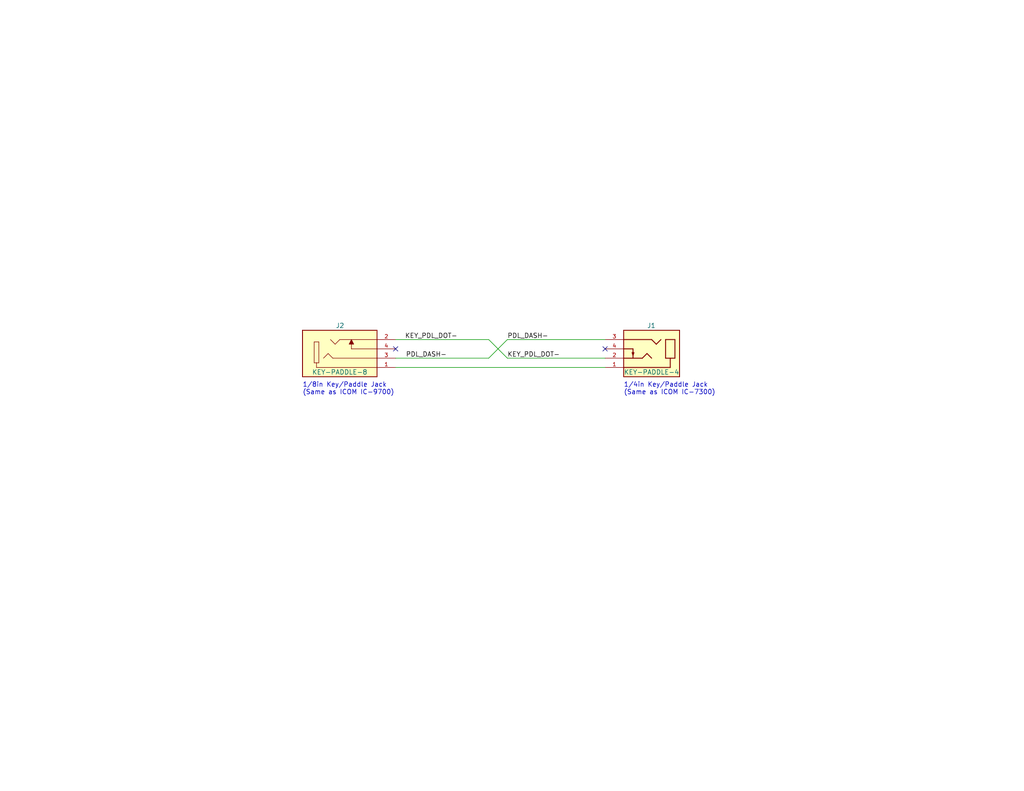
<source format=kicad_sch>
(kicad_sch (version 20230121) (generator eeschema)

  (uuid 6e8b5822-411f-4ce7-8db2-57346eba4281)

  (paper "A")

  (title_block
    (title "MuKOB - Jack Adaptor")
    (date "2024-01-16")
    (rev "1.0")
    (company "Silky-Design (AESilky)")
    (comment 1 "Copyright 2023-24 AESilky")
  )

  (lib_symbols
    (symbol "AES_Library:CUI_SJ-63063B-14TRS-audio-jack" (pin_names (offset 1.016)) (in_bom yes) (on_board yes)
      (property "Reference" "J" (at -7.62 5.842 0)
        (effects (font (size 1.27 1.27)) (justify left bottom))
      )
      (property "Value" "CUI-SJ-63063B" (at -7.62 -8.382 0)
        (effects (font (size 1.27 1.27)) (justify left top))
      )
      (property "Footprint" "AES_Library:CUI_SJ-63063B-audio-jack" (at 0 0 0)
        (effects (font (size 1.27 1.27)) (justify bottom) hide)
      )
      (property "Datasheet" "" (at 0 0 0)
        (effects (font (size 1.27 1.27)) hide)
      )
      (property "PARTREV" "1.0" (at 0 0 0)
        (effects (font (size 1.27 1.27)) (justify bottom) hide)
      )
      (property "STANDARD" "Manufacturer Recommendations" (at 0 0 0)
        (effects (font (size 1.27 1.27)) (justify bottom) hide)
      )
      (property "MAXIMUM_PACKAGE_HEIGHT" "12.5mm" (at 0 0 0)
        (effects (font (size 1.27 1.27)) (justify bottom) hide)
      )
      (property "MANUFACTURER" "CUI Devices" (at 0 0 0)
        (effects (font (size 1.27 1.27)) (justify bottom) hide)
      )
      (property "ki_keywords" "1/4\" 1/4in TRS audio jack" (at 0 0 0)
        (effects (font (size 1.27 1.27)) hide)
      )
      (property "ki_description" "1/4\" TRS Stereo Audio Jack w/ts" (at 0 0 0)
        (effects (font (size 1.27 1.27)) hide)
      )
      (symbol "CUI_SJ-63063B-14TRS-audio-jack_0_0"
        (rectangle (start -7.62 -7.62) (end 7.62 5.08)
          (stroke (width 0.254) (type default))
          (fill (type background))
        )
        (polyline
          (pts
            (xy -6.35 -5.08)
            (xy -6.35 0)
          )
          (stroke (width 0.254) (type default))
          (fill (type none))
        )
        (polyline
          (pts
            (xy -6.35 0)
            (xy -5.08 0)
          )
          (stroke (width 0.254) (type default))
          (fill (type none))
        )
        (polyline
          (pts
            (xy -5.08 0)
            (xy -5.08 2.54)
          )
          (stroke (width 0.254) (type default))
          (fill (type none))
        )
        (polyline
          (pts
            (xy -5.08 0)
            (xy -3.81 0)
          )
          (stroke (width 0.254) (type default))
          (fill (type none))
        )
        (polyline
          (pts
            (xy -5.08 2.54)
            (xy 7.62 2.54)
          )
          (stroke (width 0.254) (type default))
          (fill (type none))
        )
        (polyline
          (pts
            (xy -3.81 -5.08)
            (xy -6.35 -5.08)
          )
          (stroke (width 0.254) (type default))
          (fill (type none))
        )
        (polyline
          (pts
            (xy -3.81 0)
            (xy -3.81 -5.08)
          )
          (stroke (width 0.254) (type default))
          (fill (type none))
        )
        (polyline
          (pts
            (xy -2.54 -5.08)
            (xy -1.27 -3.81)
          )
          (stroke (width 0.254) (type default))
          (fill (type none))
        )
        (polyline
          (pts
            (xy -1.27 -3.81)
            (xy 0 -5.08)
          )
          (stroke (width 0.254) (type default))
          (fill (type none))
        )
        (polyline
          (pts
            (xy 0 -5.08)
            (xy 7.62 -5.08)
          )
          (stroke (width 0.254) (type default))
          (fill (type none))
        )
        (polyline
          (pts
            (xy 0 0)
            (xy 1.27 -1.27)
          )
          (stroke (width 0.254) (type default))
          (fill (type none))
        )
        (polyline
          (pts
            (xy 1.27 -1.27)
            (xy 2.54 0)
          )
          (stroke (width 0.254) (type default))
          (fill (type none))
        )
        (polyline
          (pts
            (xy 2.54 0)
            (xy 7.62 0)
          )
          (stroke (width 0.254) (type default))
          (fill (type none))
        )
        (polyline
          (pts
            (xy 5.08 -2.54)
            (xy 5.08 0)
          )
          (stroke (width 0.254) (type default))
          (fill (type none))
        )
        (polyline
          (pts
            (xy 5.08 -2.54)
            (xy 7.62 -2.54)
          )
          (stroke (width 0.254) (type default))
          (fill (type none))
        )
        (polyline
          (pts
            (xy 5.08 -0.762)
            (xy 5.334 -1.524)
            (xy 4.826 -1.524)
            (xy 5.08 -0.762)
          )
          (stroke (width 0.254) (type default))
          (fill (type outline))
        )
        (pin passive line (at 12.7 2.54 180) (length 5.08)
          (name "~" (effects (font (size 1.016 1.016))))
          (number "1" (effects (font (size 1.016 1.016))))
        )
        (pin passive line (at 12.7 0 180) (length 5.08)
          (name "~" (effects (font (size 1.016 1.016))))
          (number "2" (effects (font (size 1.016 1.016))))
        )
        (pin passive line (at 12.7 -5.08 180) (length 5.08)
          (name "~" (effects (font (size 1.016 1.016))))
          (number "3" (effects (font (size 1.016 1.016))))
        )
        (pin passive line (at 12.7 -2.54 180) (length 5.08)
          (name "~" (effects (font (size 1.016 1.016))))
          (number "4" (effects (font (size 1.016 1.016))))
        )
      )
    )
    (symbol "AES_Library:CUI_SJ1-3534NG-audio-jack" (pin_names (offset 1.016)) (in_bom yes) (on_board yes)
      (property "Reference" "J" (at -10.16 6.35 0)
        (effects (font (size 1.27 1.27)) (justify left bottom))
      )
      (property "Value" "CUI_SJ1-3534NG" (at -10.16 -10.16 0)
        (effects (font (size 1.27 1.27)) (justify left bottom))
      )
      (property "Footprint" "AES_Library:CUI_SJ1-3534NG-audio-jack" (at 0 0 0)
        (effects (font (size 1.27 1.27)) (justify bottom) hide)
      )
      (property "Datasheet" "" (at 0 0 0)
        (effects (font (size 1.27 1.27)) hide)
      )
      (property "MF" "CUI Devices" (at 0 0 0)
        (effects (font (size 1.27 1.27)) (justify bottom) hide)
      )
      (property "DESCRIPTION" "3.5 mm, Stereo, Right Angle, Through Hole, Isolated Ground, Audio Jack Connector" (at 0 0 0)
        (effects (font (size 1.27 1.27)) (justify bottom) hide)
      )
      (property "PACKAGE" "None" (at 0 0 0)
        (effects (font (size 1.27 1.27)) (justify bottom) hide)
      )
      (property "PRICE" "None" (at 0 0 0)
        (effects (font (size 1.27 1.27)) (justify bottom) hide)
      )
      (property "CUI_PURCHASE_URL" "https://www.cuidevices.com/product/interconnect/connectors/audio-connectors/jacks/sj1-353xng-series?utm_source=snapeda.com&utm_medium=referral&utm_campaign=snapedaBOM" (at 0 0 0)
        (effects (font (size 1.27 1.27)) (justify bottom) hide)
      )
      (property "MP" "SJ1-3534NG" (at 0 0 0)
        (effects (font (size 1.27 1.27)) (justify bottom) hide)
      )
      (property "AVAILABILITY" "" (at 0 0 0)
        (effects (font (size 1.27 1.27)) (justify bottom) hide)
      )
      (property "ki_keywords" "TRS 1/8in 1/8\" Audio Jack" (at 0 0 0)
        (effects (font (size 1.27 1.27)) hide)
      )
      (property "ki_description" "1/8\" Stereo Audio Jack" (at 0 0 0)
        (effects (font (size 1.27 1.27)) hide)
      )
      (symbol "CUI_SJ1-3534NG-audio-jack_0_0"
        (rectangle (start -10.16 5.08) (end 10.16 -7.62)
          (stroke (width 0.254) (type default))
          (fill (type background))
        )
        (polyline
          (pts
            (xy -6.985 -4.445)
            (xy -6.985 1.27)
          )
          (stroke (width 0.1524) (type default))
          (fill (type none))
        )
        (polyline
          (pts
            (xy -6.985 1.27)
            (xy -6.35 1.27)
          )
          (stroke (width 0.1524) (type default))
          (fill (type none))
        )
        (polyline
          (pts
            (xy -6.35 1.27)
            (xy -5.715 1.27)
          )
          (stroke (width 0.1524) (type default))
          (fill (type none))
        )
        (polyline
          (pts
            (xy -6.35 2.54)
            (xy -6.35 1.27)
          )
          (stroke (width 0.1524) (type default))
          (fill (type none))
        )
        (polyline
          (pts
            (xy -5.715 -4.445)
            (xy -6.985 -4.445)
          )
          (stroke (width 0.1524) (type default))
          (fill (type none))
        )
        (polyline
          (pts
            (xy -5.715 1.27)
            (xy -5.715 -4.445)
          )
          (stroke (width 0.1524) (type default))
          (fill (type none))
        )
        (polyline
          (pts
            (xy -3.175 -1.27)
            (xy -4.445 0)
          )
          (stroke (width 0.1524) (type default))
          (fill (type none))
        )
        (polyline
          (pts
            (xy -1.905 0)
            (xy -3.175 -1.27)
          )
          (stroke (width 0.1524) (type default))
          (fill (type none))
        )
        (polyline
          (pts
            (xy -1.27 -3.81)
            (xy -2.54 -5.08)
          )
          (stroke (width 0.1524) (type default))
          (fill (type none))
        )
        (polyline
          (pts
            (xy 0 -5.08)
            (xy -1.27 -3.81)
          )
          (stroke (width 0.1524) (type default))
          (fill (type none))
        )
        (polyline
          (pts
            (xy 3.175 -5.08)
            (xy 0 -5.08)
          )
          (stroke (width 0.1524) (type default))
          (fill (type none))
        )
        (polyline
          (pts
            (xy 3.175 -2.54)
            (xy 3.175 -5.08)
          )
          (stroke (width 0.1524) (type default))
          (fill (type none))
        )
        (polyline
          (pts
            (xy 10.16 -5.08)
            (xy 3.175 -5.08)
          )
          (stroke (width 0.1524) (type default))
          (fill (type none))
        )
        (polyline
          (pts
            (xy 10.16 -2.54)
            (xy 3.175 -2.54)
          )
          (stroke (width 0.1524) (type default))
          (fill (type none))
        )
        (polyline
          (pts
            (xy 10.16 0)
            (xy -1.905 0)
          )
          (stroke (width 0.1524) (type default))
          (fill (type none))
        )
        (polyline
          (pts
            (xy 10.16 2.54)
            (xy -6.35 2.54)
          )
          (stroke (width 0.1524) (type default))
          (fill (type none))
        )
        (polyline
          (pts
            (xy 3.175 -5.08)
            (xy 2.54 -3.81)
            (xy 3.81 -3.81)
            (xy 3.175 -5.08)
          )
          (stroke (width 0.1524) (type default))
          (fill (type outline))
        )
        (pin passive line (at 15.24 2.54 180) (length 5.08)
          (name "~" (effects (font (size 1.016 1.016))))
          (number "1" (effects (font (size 1.016 1.016))))
        )
        (pin passive line (at 15.24 -5.08 180) (length 5.08)
          (name "~" (effects (font (size 1.016 1.016))))
          (number "2" (effects (font (size 1.016 1.016))))
        )
        (pin passive line (at 15.24 0 180) (length 5.08)
          (name "~" (effects (font (size 1.016 1.016))))
          (number "3" (effects (font (size 1.016 1.016))))
        )
        (pin passive line (at 15.24 -2.54 180) (length 5.08)
          (name "~" (effects (font (size 1.016 1.016))))
          (number "4" (effects (font (size 1.016 1.016))))
        )
      )
    )
  )


  (no_connect (at 165.1 95.25) (uuid 1f61e7af-3b10-4585-b083-ff466b58ab87))
  (no_connect (at 107.95 95.25) (uuid 6c9e8ffc-cb9e-41cb-bce9-31068d324c55))

  (wire (pts (xy 107.95 100.33) (xy 165.1 100.33))
    (stroke (width 0) (type default))
    (uuid 28a4b06a-e03a-4c6c-b224-083756ce8091)
  )
  (wire (pts (xy 138.43 97.79) (xy 165.1 97.79))
    (stroke (width 0) (type default))
    (uuid 63d7c0c3-9cae-43f8-8bda-76beb1e7e780)
  )
  (wire (pts (xy 138.43 92.71) (xy 165.1 92.71))
    (stroke (width 0) (type default))
    (uuid 87564208-005f-4c3c-9915-97533686d501)
  )
  (wire (pts (xy 133.35 97.79) (xy 138.43 92.71))
    (stroke (width 0) (type default))
    (uuid 9b415f22-b6f3-4094-b44d-be26169933b1)
  )
  (wire (pts (xy 133.35 92.71) (xy 107.95 92.71))
    (stroke (width 0) (type default))
    (uuid b2b35689-dfd1-4bf1-8530-2d61ba078555)
  )
  (wire (pts (xy 107.95 97.79) (xy 133.35 97.79))
    (stroke (width 0) (type default))
    (uuid cc360d5f-801b-4b84-9084-34f57e0bd47f)
  )
  (wire (pts (xy 133.35 92.71) (xy 138.43 97.79))
    (stroke (width 0) (type default))
    (uuid d6736e84-f18c-409d-ae62-4f515d3c0141)
  )

  (text "1/4in Key/Paddle Jack\n(Same as ICOM IC-7300)" (at 170.18 107.95 0)
    (effects (font (size 1.27 1.27)) (justify left bottom))
    (uuid 74ed5193-e9d3-428d-b160-a44c262dc8b2)
  )
  (text "1/8in Key/Paddle Jack\n(Same as ICOM IC-9700)" (at 82.55 107.95 0)
    (effects (font (size 1.27 1.27)) (justify left bottom))
    (uuid b8af1580-cac2-4de3-85ed-908e676a11fb)
  )

  (label "KEY_PDL_DOT-" (at 110.49 92.71 0) (fields_autoplaced)
    (effects (font (size 1.27 1.27)) (justify left bottom))
    (uuid 0efcf0e3-a0dc-43da-922d-bb47c4264fe0)
  )
  (label "PDL_DASH-" (at 121.92 97.79 180) (fields_autoplaced)
    (effects (font (size 1.27 1.27)) (justify right bottom))
    (uuid 248cbd79-c830-4f0e-a021-608650dc52e5)
  )
  (label "PDL_DASH-" (at 138.43 92.71 0) (fields_autoplaced)
    (effects (font (size 1.27 1.27)) (justify left bottom))
    (uuid 44f80b3d-6f55-4c62-af6c-c82d95a8e57b)
  )
  (label "KEY_PDL_DOT-" (at 138.43 97.79 0) (fields_autoplaced)
    (effects (font (size 1.27 1.27)) (justify left bottom))
    (uuid ec759899-6735-4b70-bb1c-9481c72f0eed)
  )

  (symbol (lib_id "AES_Library:CUI_SJ-63063B-14TRS-audio-jack") (at 177.8 97.79 180) (unit 1)
    (in_bom yes) (on_board yes) (dnp no)
    (uuid 14410981-4538-4cf3-ace8-f5e202e1489d)
    (property "Reference" "J7" (at 176.53 88.9 0)
      (effects (font (size 1.27 1.27)) (justify right))
    )
    (property "Value" "KEY-PADDLE-4" (at 177.8 101.6 0)
      (effects (font (size 1.27 1.27)))
    )
    (property "Footprint" "AES_Library:CUI_SJ-63063B-audio-jack" (at 177.8 97.79 0)
      (effects (font (size 1.27 1.27)) (justify bottom) hide)
    )
    (property "Datasheet" "" (at 177.8 97.79 0)
      (effects (font (size 1.27 1.27)) hide)
    )
    (property "PARTREV" "1.0" (at 177.8 97.79 0)
      (effects (font (size 1.27 1.27)) (justify bottom) hide)
    )
    (property "STANDARD" "Manufacturer Recommendations" (at 177.8 97.79 0)
      (effects (font (size 1.27 1.27)) (justify bottom) hide)
    )
    (property "MAXIMUM_PACKAGE_HEIGHT" "12.5mm" (at 177.8 97.79 0)
      (effects (font (size 1.27 1.27)) (justify bottom) hide)
    )
    (property "MANUFACTURER" "CUI Devices" (at 177.8 97.79 0)
      (effects (font (size 1.27 1.27)) (justify bottom) hide)
    )
    (pin "1" (uuid ff9a5273-398d-4075-9a9c-627701a320a8))
    (pin "2" (uuid b79d9405-b626-4f72-ac04-03bdb137d90b))
    (pin "3" (uuid 38c85043-9490-41f0-85f3-6ea0e02b3ba2))
    (pin "4" (uuid ddc4cf89-c546-4f2f-b0c7-7ae52d5361a2))
    (instances
      (project "MuKOB"
        (path "/048b0ad6-aff0-457c-90cc-1f291c176206"
          (reference "J7") (unit 1)
        )
      )
      (project "MK_JackAdapter"
        (path "/6e8b5822-411f-4ce7-8db2-57346eba4281"
          (reference "J1") (unit 1)
        )
      )
    )
  )

  (symbol (lib_id "AES_Library:CUI_SJ1-3534NG-audio-jack") (at 92.71 97.79 0) (mirror x) (unit 1)
    (in_bom yes) (on_board yes) (dnp no)
    (uuid 97d9e081-0af3-44ab-b70e-4d9054dbc0a8)
    (property "Reference" "J2" (at 93.98 88.9 0)
      (effects (font (size 1.27 1.27)) (justify right))
    )
    (property "Value" "KEY-PADDLE-8" (at 92.71 101.6 0)
      (effects (font (size 1.27 1.27)))
    )
    (property "Footprint" "AES_Library:CUI_SJ1-3534NG-audio-jack" (at 92.71 97.79 0)
      (effects (font (size 1.27 1.27)) (justify bottom) hide)
    )
    (property "Datasheet" "" (at 92.71 97.79 0)
      (effects (font (size 1.27 1.27)) hide)
    )
    (property "MF" "CUI Devices" (at 92.71 97.79 0)
      (effects (font (size 1.27 1.27)) (justify bottom) hide)
    )
    (property "DESCRIPTION" "3.5 mm, Stereo, Right Angle, Through Hole, Isolated Ground, Audio Jack Connector" (at 92.71 97.79 0)
      (effects (font (size 1.27 1.27)) (justify bottom) hide)
    )
    (property "PACKAGE" "None" (at 92.71 97.79 0)
      (effects (font (size 1.27 1.27)) (justify bottom) hide)
    )
    (property "PRICE" "None" (at 92.71 97.79 0)
      (effects (font (size 1.27 1.27)) (justify bottom) hide)
    )
    (property "CUI_PURCHASE_URL" "https://www.cuidevices.com/product/interconnect/connectors/audio-connectors/jacks/sj1-353xng-series?utm_source=snapeda.com&utm_medium=referral&utm_campaign=snapedaBOM" (at 92.71 97.79 0)
      (effects (font (size 1.27 1.27)) (justify bottom) hide)
    )
    (property "MP" "SJ1-3534NG" (at 92.71 97.79 0)
      (effects (font (size 1.27 1.27)) (justify bottom) hide)
    )
    (property "AVAILABILITY" "" (at 92.71 97.79 0)
      (effects (font (size 1.27 1.27)) (justify bottom) hide)
    )
    (pin "1" (uuid 4d7d33a1-67dd-4d3d-a418-93a1fc5c44ac))
    (pin "2" (uuid 69deeeb4-e488-472b-bca3-ac654b193179))
    (pin "3" (uuid 1f2ede91-abd8-4d87-94ce-19541490b92a))
    (pin "4" (uuid c1343aa7-fa45-4f70-adec-2e9f5392b527))
    (instances
      (project "MK_JackAdapter"
        (path "/6e8b5822-411f-4ce7-8db2-57346eba4281"
          (reference "J2") (unit 1)
        )
      )
      (project "MK_KS"
        (path "/c58d90c2-85f3-4e69-91d5-1bcb030f2211"
          (reference "J5") (unit 1)
        )
      )
    )
  )

  (sheet_instances
    (path "/" (page "1"))
  )
)

</source>
